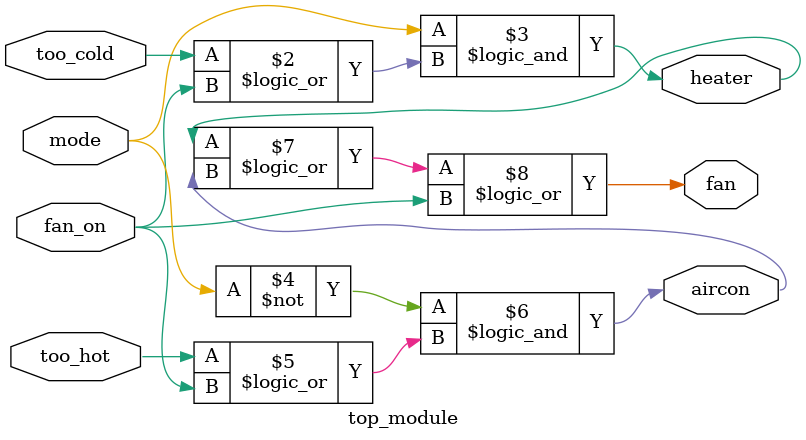
<source format=sv>
module top_module(
    input mode,
    input too_cold, 
    input too_hot,
    input fan_on,
    output heater,
    output aircon,
    output fan
);

// Heater control logic
assign heater = (mode == 1) && (too_cold || fan_on);

// Air conditioner control logic
assign aircon = (mode == 0) && (too_hot || fan_on);

// Fan control logic
assign fan = (heater || aircon || fan_on);

endmodule

</source>
